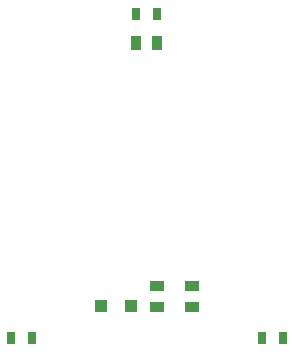
<source format=gtp>
G04 DipTrace 3.2.0.1*
G04 xbee_jst_opl.gtp*
%MOIN*%
G04 #@! TF.FileFunction,Paste,Top*
G04 #@! TF.Part,Single*
%AMOUTLINE2*
4,1,40,
0.022328,-0.016063,
0.022682,-0.016032,
0.02286,-0.015984,
0.023025,-0.015907,
0.023173,-0.015803,
0.023303,-0.015673,
0.023407,-0.015525,
0.023484,-0.01536,
0.023532,-0.015182,
0.023563,-0.014828,
0.023563,0.014828,
0.023532,0.015182,
0.023484,0.01536,
0.023407,0.015525,
0.023303,0.015673,
0.023173,0.015803,
0.023025,0.015907,
0.02286,0.015984,
0.022682,0.016032,
0.022328,0.016063,
-0.022328,0.016063,
-0.022682,0.016032,
-0.02286,0.015984,
-0.023025,0.015907,
-0.023173,0.015803,
-0.023303,0.015673,
-0.023407,0.015525,
-0.023484,0.01536,
-0.023532,0.015182,
-0.023563,0.014828,
-0.023563,-0.014828,
-0.023532,-0.015182,
-0.023484,-0.01536,
-0.023407,-0.015525,
-0.023303,-0.015673,
-0.023173,-0.015803,
-0.023025,-0.015907,
-0.02286,-0.015984,
-0.022682,-0.016032,
-0.022328,-0.016063,
0.022328,-0.016063,
0*%
%AMOUTLINE5*
4,1,40,
-0.016063,-0.022328,
-0.016032,-0.022682,
-0.015984,-0.02286,
-0.015907,-0.023025,
-0.015803,-0.023173,
-0.015673,-0.023303,
-0.015525,-0.023407,
-0.01536,-0.023484,
-0.015182,-0.023532,
-0.014828,-0.023563,
0.014828,-0.023563,
0.015182,-0.023532,
0.01536,-0.023484,
0.015525,-0.023407,
0.015673,-0.023303,
0.015803,-0.023173,
0.015907,-0.023025,
0.015984,-0.02286,
0.016032,-0.022682,
0.016063,-0.022328,
0.016063,0.022328,
0.016032,0.022682,
0.015984,0.02286,
0.015907,0.023025,
0.015803,0.023173,
0.015673,0.023303,
0.015525,0.023407,
0.01536,0.023484,
0.015182,0.023532,
0.014828,0.023563,
-0.014828,0.023563,
-0.015182,0.023532,
-0.01536,0.023484,
-0.015525,0.023407,
-0.015673,0.023303,
-0.015803,0.023173,
-0.015907,0.023025,
-0.015984,0.02286,
-0.016032,0.022682,
-0.016063,0.022328,
-0.016063,-0.022328,
0*%
%AMOUTLINE8*
4,1,24,
-0.013563,-0.020452,
-0.013541,-0.020698,
-0.013491,-0.020836,
-0.013397,-0.020948,
-0.013269,-0.021022,
-0.012952,-0.021063,
0.012952,-0.021063,
0.013198,-0.021041,
0.013336,-0.020991,
0.013448,-0.020897,
0.013522,-0.020769,
0.013563,-0.020452,
0.013563,0.020452,
0.013541,0.020698,
0.013491,0.020836,
0.013397,0.020948,
0.013269,0.021022,
0.012952,0.021063,
-0.012952,0.021063,
-0.013198,0.021041,
-0.013336,0.020991,
-0.013448,0.020897,
-0.013522,0.020769,
-0.013563,0.020452,
-0.013563,-0.020452,
0*%
%AMOUTLINE11*
4,1,24,
0.013563,0.020452,
0.013541,0.020698,
0.013491,0.020836,
0.013397,0.020948,
0.013269,0.021022,
0.012952,0.021063,
-0.012952,0.021063,
-0.013198,0.021041,
-0.013336,0.020991,
-0.013448,0.020897,
-0.013522,0.020769,
-0.013563,0.020452,
-0.013563,-0.020452,
-0.013541,-0.020698,
-0.013491,-0.020836,
-0.013397,-0.020948,
-0.013269,-0.021022,
-0.012952,-0.021063,
0.012952,-0.021063,
0.013198,-0.021041,
0.013336,-0.020991,
0.013448,-0.020897,
0.013522,-0.020769,
0.013563,-0.020452,
0.013563,0.020452,
0*%
%ADD45R,0.042126X0.042126*%
%ADD50OUTLINE2*%
%ADD53OUTLINE5*%
%ADD56OUTLINE8*%
%ADD59OUTLINE11*%
%FSLAX26Y26*%
G04*
G70*
G90*
G75*
G01*
G04 TopPaste*
%LPD*%
D45*
X873386Y876201D3*
X773386D3*
D50*
X958386Y943701D3*
Y873701D3*
D53*
Y1753701D3*
X888386D3*
D50*
X1077135Y943701D3*
Y873701D3*
D56*
X958386Y1848701D3*
X888386D3*
X1378386Y768701D3*
X1308386D3*
D59*
X473386D3*
X543386D3*
M02*

</source>
